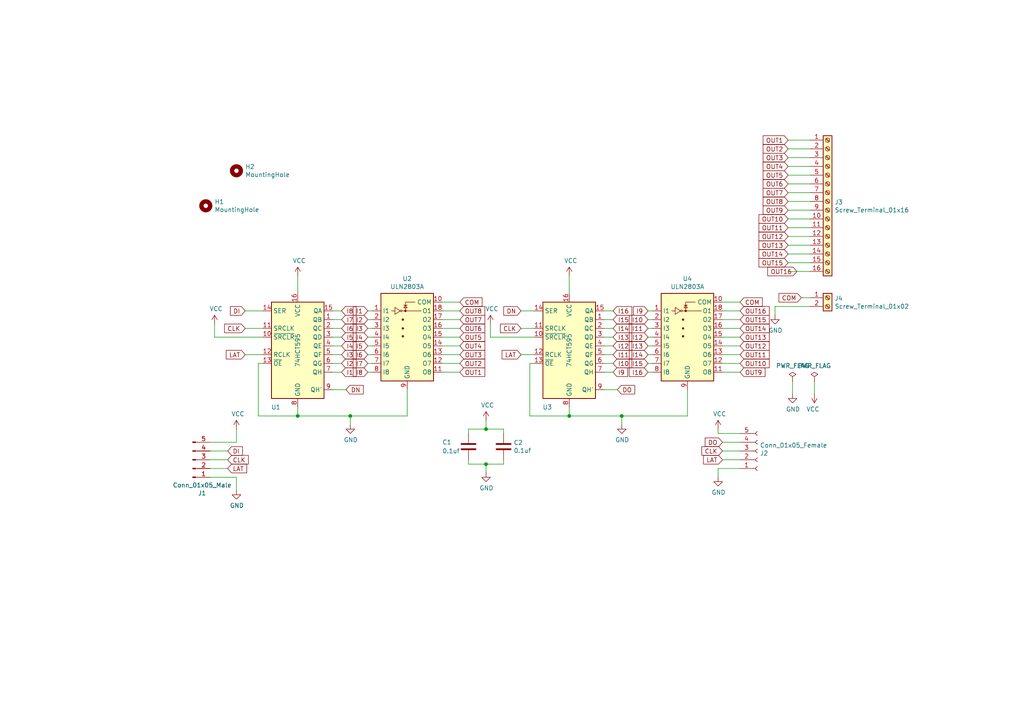
<source format=kicad_sch>
(kicad_sch (version 20211123) (generator eeschema)
  (paper "A4")
  (lib_symbols
    (symbol "74xx:74HCT595"
      (property "Reference" "U" (at -7.62 13.97 0))
      (property "Value" "74HCT595" (at -7.62 -16.51 0))
      (symbol "74HCT595_1_0"
        (pin tri_state line (at 10.16 7.62 180) (length 2.54) (name "QB") (number "1"))
        (pin input line (at -10.16 2.54 0) (length 2.54) (name "~{SRCLR}") (number "10"))
        (pin input line (at -10.16 5.08 0) (length 2.54) (name "SRCLK") (number "11"))
        (pin input line (at -10.16 -2.54 0) (length 2.54) (name "RCLK") (number "12"))
        (pin input line (at -10.16 -5.08 0) (length 2.54) (name "~{OE}") (number "13"))
        (pin input line (at -10.16 10.16 0) (length 2.54) (name "SER") (number "14"))
        (pin tri_state line (at 10.16 10.16 180) (length 2.54) (name "QA") (number "15"))
        (pin power_in line (at 0 15.24 270) (length 2.54) (name "VCC") (number "16"))
        (pin tri_state line (at 10.16 5.08 180) (length 2.54) (name "QC") (number "2"))
        (pin tri_state line (at 10.16 2.54 180) (length 2.54) (name "QD") (number "3"))
        (pin tri_state line (at 10.16 0 180) (length 2.54) (name "QE") (number "4"))
        (pin tri_state line (at 10.16 -2.54 180) (length 2.54) (name "QF") (number "5"))
        (pin tri_state line (at 10.16 -5.08 180) (length 2.54) (name "QG") (number "6"))
        (pin tri_state line (at 10.16 -7.62 180) (length 2.54) (name "QH") (number "7"))
        (pin power_in line (at 0 -17.78 90) (length 2.54) (name "GND") (number "8"))
        (pin output line (at 10.16 -12.7 180) (length 2.54) (name "QH'") (number "9"))
      )
      (symbol "74HCT595_1_1"
        (rectangle (start -7.62 12.7) (end 7.62 -15.24) (stroke (width 0.254)) (fill (type background)))
      )
    )
    (symbol "Connector:Conn_01x05_Female" (pin_names (offset 1.016) hide)
      (property "Reference" "J" (at 0 7.62 0))
      (property "Value" "Conn_01x05_Female" (at 0 -7.62 0))
      (symbol "Conn_01x05_Female_1_1"
        (arc (start 0 -4.572) (mid -0.508 -5.08) (end 0 -5.588) (stroke (width 0.1524)))
        (arc (start 0 -2.032) (mid -0.508 -2.54) (end 0 -3.048) (stroke (width 0.1524)))
        (polyline (pts (xy -1.27 -5.08) (xy -0.508 -5.08)) (stroke (width 0.1524)))
        (polyline (pts (xy -1.27 -2.54) (xy -0.508 -2.54)) (stroke (width 0.1524)))
        (polyline (pts (xy -1.27 0) (xy -0.508 0)) (stroke (width 0.1524)))
        (polyline (pts (xy -1.27 2.54) (xy -0.508 2.54)) (stroke (width 0.1524)))
        (polyline (pts (xy -1.27 5.08) (xy -0.508 5.08)) (stroke (width 0.1524)))
        (arc (start 0 0.508) (mid -0.508 0) (end 0 -0.508) (stroke (width 0.1524)))
        (arc (start 0 3.048) (mid -0.508 2.54) (end 0 2.032) (stroke (width 0.1524)))
        (arc (start 0 5.588) (mid -0.508 5.08) (end 0 4.572) (stroke (width 0.1524)))
        (pin passive line (at -5.08 5.08 0) (length 3.81) (name "Pin_1") (number "1"))
        (pin passive line (at -5.08 2.54 0) (length 3.81) (name "Pin_2") (number "2"))
        (pin passive line (at -5.08 0 0) (length 3.81) (name "Pin_3") (number "3"))
        (pin passive line (at -5.08 -2.54 0) (length 3.81) (name "Pin_4") (number "4"))
        (pin passive line (at -5.08 -5.08 0) (length 3.81) (name "Pin_5") (number "5"))
      )
    )
    (symbol "Connector:Conn_01x05_Male" (pin_names (offset 1.016) hide)
      (property "Reference" "J" (at 0 7.62 0))
      (property "Value" "Conn_01x05_Male" (at 0 -7.62 0))
      (symbol "Conn_01x05_Male_1_1"
        (polyline (pts (xy 1.27 -5.08) (xy 0.8636 -5.08)) (stroke (width 0.1524)))
        (polyline (pts (xy 1.27 -2.54) (xy 0.8636 -2.54)) (stroke (width 0.1524)))
        (polyline (pts (xy 1.27 0) (xy 0.8636 0)) (stroke (width 0.1524)))
        (polyline (pts (xy 1.27 2.54) (xy 0.8636 2.54)) (stroke (width 0.1524)))
        (polyline (pts (xy 1.27 5.08) (xy 0.8636 5.08)) (stroke (width 0.1524)))
        (rectangle (start 0.8636 -4.953) (end 0 -5.207) (stroke (width 0.1524)) (fill (type outline)))
        (rectangle (start 0.8636 -2.413) (end 0 -2.667) (stroke (width 0.1524)) (fill (type outline)))
        (rectangle (start 0.8636 0.127) (end 0 -0.127) (stroke (width 0.1524)) (fill (type outline)))
        (rectangle (start 0.8636 2.667) (end 0 2.413) (stroke (width 0.1524)) (fill (type outline)))
        (rectangle (start 0.8636 5.207) (end 0 4.953) (stroke (width 0.1524)) (fill (type outline)))
        (pin passive line (at 5.08 5.08 180) (length 3.81) (name "Pin_1") (number "1"))
        (pin passive line (at 5.08 2.54 180) (length 3.81) (name "Pin_2") (number "2"))
        (pin passive line (at 5.08 0 180) (length 3.81) (name "Pin_3") (number "3"))
        (pin passive line (at 5.08 -2.54 180) (length 3.81) (name "Pin_4") (number "4"))
        (pin passive line (at 5.08 -5.08 180) (length 3.81) (name "Pin_5") (number "5"))
      )
    )
    (symbol "Connector:Screw_Terminal_01x02" (pin_names (offset 1.016) hide)
      (property "Reference" "J" (at 0 2.54 0))
      (property "Value" "Screw_Terminal_01x02" (at 0 -5.08 0))
      (symbol "Screw_Terminal_01x02_1_1"
        (rectangle (start -1.27 1.27) (end 1.27 -3.81) (stroke (width 0.254)) (fill (type background)))
        (circle (center 0 -2.54) (radius 0.635) (stroke (width 0.1524)))
        (polyline (pts (xy -0.5334 -2.2098) (xy 0.3302 -3.048)) (stroke (width 0.1524)))
        (polyline (pts (xy -0.5334 0.3302) (xy 0.3302 -0.508)) (stroke (width 0.1524)))
        (polyline (pts (xy -0.3556 -2.032) (xy 0.508 -2.8702)) (stroke (width 0.1524)))
        (polyline (pts (xy -0.3556 0.508) (xy 0.508 -0.3302)) (stroke (width 0.1524)))
        (circle (center 0 0) (radius 0.635) (stroke (width 0.1524)))
        (pin passive line (at -5.08 0 0) (length 3.81) (name "Pin_1") (number "1"))
        (pin passive line (at -5.08 -2.54 0) (length 3.81) (name "Pin_2") (number "2"))
      )
    )
    (symbol "Connector:Screw_Terminal_01x16" (pin_names (offset 1.016) hide)
      (property "Reference" "J" (at 0 20.32 0))
      (property "Value" "Screw_Terminal_01x16" (at 0 -22.86 0))
      (symbol "Screw_Terminal_01x16_1_1"
        (rectangle (start -1.27 19.05) (end 1.27 -21.59) (stroke (width 0.254)) (fill (type background)))
        (circle (center 0 -20.32) (radius 0.635) (stroke (width 0.1524)))
        (circle (center 0 -17.78) (radius 0.635) (stroke (width 0.1524)))
        (circle (center 0 -15.24) (radius 0.635) (stroke (width 0.1524)))
        (circle (center 0 -12.7) (radius 0.635) (stroke (width 0.1524)))
        (circle (center 0 -10.16) (radius 0.635) (stroke (width 0.1524)))
        (circle (center 0 -7.62) (radius 0.635) (stroke (width 0.1524)))
        (circle (center 0 -5.08) (radius 0.635) (stroke (width 0.1524)))
        (circle (center 0 -2.54) (radius 0.635) (stroke (width 0.1524)))
        (polyline (pts (xy -0.5334 -19.9898) (xy 0.3302 -20.828)) (stroke (width 0.1524)))
        (polyline (pts (xy -0.5334 -17.4498) (xy 0.3302 -18.288)) (stroke (width 0.1524)))
        (polyline (pts (xy -0.5334 -14.9098) (xy 0.3302 -15.748)) (stroke (width 0.1524)))
        (polyline (pts (xy -0.5334 -12.3698) (xy 0.3302 -13.208)) (stroke (width 0.1524)))
        (polyline (pts (xy -0.5334 -9.8298) (xy 0.3302 -10.668)) (stroke (width 0.1524)))
        (polyline (pts (xy -0.5334 -7.2898) (xy 0.3302 -8.128)) (stroke (width 0.1524)))
        (polyline (pts (xy -0.5334 -4.7498) (xy 0.3302 -5.588)) (stroke (width 0.1524)))
        (polyline (pts (xy -0.5334 -2.2098) (xy 0.3302 -3.048)) (stroke (width 0.1524)))
        (polyline (pts (xy -0.5334 0.3302) (xy 0.3302 -0.508)) (stroke (width 0.1524)))
        (polyline (pts (xy -0.5334 2.8702) (xy 0.3302 2.032)) (stroke (width 0.1524)))
        (polyline (pts (xy -0.5334 5.4102) (xy 0.3302 4.572)) (stroke (width 0.1524)))
        (polyline (pts (xy -0.5334 7.9502) (xy 0.3302 7.112)) (stroke (width 0.1524)))
        (polyline (pts (xy -0.5334 10.4902) (xy 0.3302 9.652)) (stroke (width 0.1524)))
        (polyline (pts (xy -0.5334 13.0302) (xy 0.3302 12.192)) (stroke (width 0.1524)))
        (polyline (pts (xy -0.5334 15.5702) (xy 0.3302 14.732)) (stroke (width 0.1524)))
        (polyline (pts (xy -0.5334 18.1102) (xy 0.3302 17.272)) (stroke (width 0.1524)))
        (polyline (pts (xy -0.3556 -19.812) (xy 0.508 -20.6502)) (stroke (width 0.1524)))
        (polyline (pts (xy -0.3556 -17.272) (xy 0.508 -18.1102)) (stroke (width 0.1524)))
        (polyline (pts (xy -0.3556 -14.732) (xy 0.508 -15.5702)) (stroke (width 0.1524)))
        (polyline (pts (xy -0.3556 -12.192) (xy 0.508 -13.0302)) (stroke (width 0.1524)))
        (polyline (pts (xy -0.3556 -9.652) (xy 0.508 -10.4902)) (stroke (width 0.1524)))
        (polyline (pts (xy -0.3556 -7.112) (xy 0.508 -7.9502)) (stroke (width 0.1524)))
        (polyline (pts (xy -0.3556 -4.572) (xy 0.508 -5.4102)) (stroke (width 0.1524)))
        (polyline (pts (xy -0.3556 -2.032) (xy 0.508 -2.8702)) (stroke (width 0.1524)))
        (polyline (pts (xy -0.3556 0.508) (xy 0.508 -0.3302)) (stroke (width 0.1524)))
        (polyline (pts (xy -0.3556 3.048) (xy 0.508 2.2098)) (stroke (width 0.1524)))
        (polyline (pts (xy -0.3556 5.588) (xy 0.508 4.7498)) (stroke (width 0.1524)))
        (polyline (pts (xy -0.3556 8.128) (xy 0.508 7.2898)) (stroke (width 0.1524)))
        (polyline (pts (xy -0.3556 10.668) (xy 0.508 9.8298)) (stroke (width 0.1524)))
        (polyline (pts (xy -0.3556 13.208) (xy 0.508 12.3698)) (stroke (width 0.1524)))
        (polyline (pts (xy -0.3556 15.748) (xy 0.508 14.9098)) (stroke (width 0.1524)))
        (polyline (pts (xy -0.3556 18.288) (xy 0.508 17.4498)) (stroke (width 0.1524)))
        (circle (center 0 0) (radius 0.635) (stroke (width 0.1524)))
        (circle (center 0 2.54) (radius 0.635) (stroke (width 0.1524)))
        (circle (center 0 5.08) (radius 0.635) (stroke (width 0.1524)))
        (circle (center 0 7.62) (radius 0.635) (stroke (width 0.1524)))
        (circle (center 0 10.16) (radius 0.635) (stroke (width 0.1524)))
        (circle (center 0 12.7) (radius 0.635) (stroke (width 0.1524)))
        (circle (center 0 15.24) (radius 0.635) (stroke (width 0.1524)))
        (circle (center 0 17.78) (radius 0.635) (stroke (width 0.1524)))
        (pin passive line (at -5.08 17.78 0) (length 3.81) (name "Pin_1") (number "1"))
        (pin passive line (at -5.08 -5.08 0) (length 3.81) (name "Pin_10") (number "10"))
        (pin passive line (at -5.08 -7.62 0) (length 3.81) (name "Pin_11") (number "11"))
        (pin passive line (at -5.08 -10.16 0) (length 3.81) (name "Pin_12") (number "12"))
        (pin passive line (at -5.08 -12.7 0) (length 3.81) (name "Pin_13") (number "13"))
        (pin passive line (at -5.08 -15.24 0) (length 3.81) (name "Pin_14") (number "14"))
        (pin passive line (at -5.08 -17.78 0) (length 3.81) (name "Pin_15") (number "15"))
        (pin passive line (at -5.08 -20.32 0) (length 3.81) (name "Pin_16") (number "16"))
        (pin passive line (at -5.08 15.24 0) (length 3.81) (name "Pin_2") (number "2"))
        (pin passive line (at -5.08 12.7 0) (length 3.81) (name "Pin_3") (number "3"))
        (pin passive line (at -5.08 10.16 0) (length 3.81) (name "Pin_4") (number "4"))
        (pin passive line (at -5.08 7.62 0) (length 3.81) (name "Pin_5") (number "5"))
        (pin passive line (at -5.08 5.08 0) (length 3.81) (name "Pin_6") (number "6"))
        (pin passive line (at -5.08 2.54 0) (length 3.81) (name "Pin_7") (number "7"))
        (pin passive line (at -5.08 0 0) (length 3.81) (name "Pin_8") (number "8"))
        (pin passive line (at -5.08 -2.54 0) (length 3.81) (name "Pin_9") (number "9"))
      )
    )
    (symbol "Device:C" (pin_numbers hide) (pin_names (offset 0.254))
      (property "Reference" "C" (at 0.635 2.54 0))
      (property "Value" "C" (at 0.635 -2.54 0))
      (symbol "C_0_1"
        (polyline (pts (xy -2.032 -0.762) (xy 2.032 -0.762)) (stroke (width 0.508)))
        (polyline (pts (xy -2.032 0.762) (xy 2.032 0.762)) (stroke (width 0.508)))
      )
      (symbol "C_1_1"
        (pin passive line (at 0 3.81 270) (length 2.794) (name "~") (number "1"))
        (pin passive line (at 0 -3.81 90) (length 2.794) (name "~") (number "2"))
      )
    )
    (symbol "Mechanical:MountingHole" (pin_names (offset 1.016))
      (property "Reference" "H" (at 0 5.08 0))
      (property "Value" "MountingHole" (at 0 3.175 0))
      (symbol "MountingHole_0_1"
        (circle (center 0 0) (radius 1.27) (stroke (width 1.27)))
      )
    )
    (symbol "Transistor_Array:ULN2803A"
      (property "Reference" "U" (at 0 13.335 0))
      (property "Value" "ULN2803A" (at 0 11.43 0))
      (symbol "ULN2803A_0_1"
        (rectangle (start -7.62 -15.24) (end 7.62 10.16) (stroke (width 0.254)) (fill (type background)))
        (circle (center -1.778 5.08) (radius 0.254))
        (circle (center -1.27 -2.286) (radius 0.254) (fill (type outline)))
        (circle (center -1.27 0) (radius 0.254) (fill (type outline)))
        (circle (center -1.27 2.54) (radius 0.254) (fill (type outline)))
        (circle (center -0.508 5.08) (radius 0.254) (fill (type outline)))
        (polyline (pts (xy -4.572 5.08) (xy -3.556 5.08)))
        (polyline (pts (xy -1.524 5.08) (xy 4.064 5.08)))
        (polyline (pts (xy 0 6.731) (xy -1.016 6.731)))
        (polyline (pts (xy -0.508 5.08) (xy -0.508 7.62) (xy 2.286 7.62)))
        (polyline (pts (xy -3.556 6.096) (xy -3.556 4.064) (xy -2.032 5.08) (xy -3.556 6.096)))
        (polyline (pts (xy 0 5.969) (xy -1.016 5.969) (xy -0.508 6.731) (xy 0 5.969)))
      )
      (symbol "ULN2803A_1_1"
        (pin input line (at -10.16 5.08 0) (length 2.54) (name "I1") (number "1"))
        (pin passive line (at 10.16 7.62 180) (length 2.54) (name "COM") (number "10"))
        (pin open_collector line (at 10.16 -12.7 180) (length 2.54) (name "O8") (number "11"))
        (pin open_collector line (at 10.16 -10.16 180) (length 2.54) (name "O7") (number "12"))
        (pin open_collector line (at 10.16 -7.62 180) (length 2.54) (name "O6") (number "13"))
        (pin open_collector line (at 10.16 -5.08 180) (length 2.54) (name "O5") (number "14"))
        (pin open_collector line (at 10.16 -2.54 180) (length 2.54) (name "O4") (number "15"))
        (pin open_collector line (at 10.16 0 180) (length 2.54) (name "O3") (number "16"))
        (pin open_collector line (at 10.16 2.54 180) (length 2.54) (name "O2") (number "17"))
        (pin open_collector line (at 10.16 5.08 180) (length 2.54) (name "O1") (number "18"))
        (pin input line (at -10.16 2.54 0) (length 2.54) (name "I2") (number "2"))
        (pin input line (at -10.16 0 0) (length 2.54) (name "I3") (number "3"))
        (pin input line (at -10.16 -2.54 0) (length 2.54) (name "I4") (number "4"))
        (pin input line (at -10.16 -5.08 0) (length 2.54) (name "I5") (number "5"))
        (pin input line (at -10.16 -7.62 0) (length 2.54) (name "I6") (number "6"))
        (pin input line (at -10.16 -10.16 0) (length 2.54) (name "I7") (number "7"))
        (pin input line (at -10.16 -12.7 0) (length 2.54) (name "I8") (number "8"))
        (pin power_in line (at 0 -17.78 90) (length 2.54) (name "GND") (number "9"))
      )
    )
    (symbol "power:GND" (power) (pin_names (offset 0))
      (property "Value" "GND" (at 0 -3.81 0))
      (symbol "GND_0_1"
        (polyline (pts (xy 0 0) (xy 0 -1.27) (xy 1.27 -1.27) (xy 0 -2.54) (xy -1.27 -1.27) (xy 0 -1.27)))
      )
      (symbol "GND_1_1"
        (pin power_in line (at 0 0 270) (length 0) hide (name "GND") (number "1"))
      )
    )
    (symbol "power:PWR_FLAG" (power) (pin_numbers hide) (pin_names (offset 0) hide)
      (property "Value" "PWR_FLAG" (at 0 3.81 0))
      (symbol "PWR_FLAG_0_0"
        (pin power_out line (at 0 0 90) (length 0) (name "pwr") (number "1"))
      )
      (symbol "PWR_FLAG_0_1"
        (polyline (pts (xy 0 0) (xy 0 1.27) (xy -1.016 1.905) (xy 0 2.54) (xy 1.016 1.905) (xy 0 1.27)))
      )
    )
    (symbol "power:VCC" (power) (pin_names (offset 0))
      (property "Value" "VCC" (at 0 3.81 0))
      (symbol "VCC_0_1"
        (polyline (pts (xy -0.762 1.27) (xy 0 2.54)))
        (polyline (pts (xy 0 0) (xy 0 2.54)))
        (polyline (pts (xy 0 2.54) (xy 0.762 1.27)))
      )
      (symbol "VCC_1_1"
        (pin power_in line (at 0 0 90) (length 0) hide (name "VCC") (number "1"))
      )
    )
  )
  (junction (at 140.97 134.62))
  (junction (at 101.6 120.65))
  (junction (at 140.97 124.46))
  (junction (at 165.1 120.65))
  (junction (at 180.34 120.65))
  (junction (at 86.36 120.65))
  (wire (pts (xy 180.34 120.65) (xy 199.39 120.65)))
  (wire (pts (xy 189.23 105.41) (xy 187.96 105.41)))
  (wire (pts (xy 228.6 58.42) (xy 234.95 58.42)))
  (wire (pts (xy 151.13 95.25) (xy 154.94 95.25)))
  (wire (pts (xy 107.95 100.33) (xy 106.68 100.33)))
  (wire (pts (xy 189.23 100.33) (xy 187.96 100.33)))
  (wire (pts (xy 101.6 120.65) (xy 101.6 123.19)))
  (wire (pts (xy 175.26 102.87) (xy 177.8 102.87)))
  (wire (pts (xy 209.55 128.27) (xy 214.63 128.27)))
  (wire (pts (xy 209.55 130.81) (xy 214.63 130.81)))
  (wire (pts (xy 234.95 86.36) (xy 232.41 86.36)))
  (wire (pts (xy 128.27 100.33) (xy 133.35 100.33)))
  (wire (pts (xy 154.94 102.87) (xy 151.13 102.87)))
  (wire (pts (xy 209.55 87.63) (xy 214.63 87.63)))
  (wire (pts (xy 96.52 95.25) (xy 99.06 95.25)))
  (wire (pts (xy 74.93 105.41) (xy 74.93 120.65)))
  (wire (pts (xy 68.58 138.43) (xy 68.58 142.24)))
  (wire (pts (xy 209.55 133.35) (xy 214.63 133.35)))
  (wire (pts (xy 228.6 78.74) (xy 234.95 78.74)))
  (wire (pts (xy 154.94 97.79) (xy 142.24 97.79)))
  (wire (pts (xy 146.05 133.35) (xy 146.05 134.62)))
  (wire (pts (xy 118.11 113.03) (xy 118.11 120.65)))
  (wire (pts (xy 86.36 120.65) (xy 101.6 120.65)))
  (wire (pts (xy 209.55 92.71) (xy 214.63 92.71)))
  (wire (pts (xy 135.89 125.73) (xy 135.89 124.46)))
  (wire (pts (xy 128.27 102.87) (xy 133.35 102.87)))
  (wire (pts (xy 209.55 107.95) (xy 214.63 107.95)))
  (wire (pts (xy 60.96 133.35) (xy 66.04 133.35)))
  (wire (pts (xy 96.52 90.17) (xy 99.06 90.17)))
  (wire (pts (xy 236.22 110.49) (xy 236.22 114.3)))
  (wire (pts (xy 209.55 105.41) (xy 214.63 105.41)))
  (wire (pts (xy 228.6 48.26) (xy 234.95 48.26)))
  (wire (pts (xy 165.1 85.09) (xy 165.1 80.01)))
  (wire (pts (xy 214.63 135.89) (xy 208.28 135.89)))
  (wire (pts (xy 135.89 124.46) (xy 140.97 124.46)))
  (wire (pts (xy 228.6 55.88) (xy 234.95 55.88)))
  (wire (pts (xy 128.27 97.79) (xy 133.35 97.79)))
  (wire (pts (xy 74.93 120.65) (xy 86.36 120.65)))
  (wire (pts (xy 146.05 125.73) (xy 146.05 124.46)))
  (wire (pts (xy 135.89 134.62) (xy 140.97 134.62)))
  (wire (pts (xy 189.23 102.87) (xy 187.96 102.87)))
  (wire (pts (xy 189.23 97.79) (xy 187.96 97.79)))
  (wire (pts (xy 180.34 120.65) (xy 180.34 123.19)))
  (wire (pts (xy 175.26 97.79) (xy 177.8 97.79)))
  (wire (pts (xy 128.27 95.25) (xy 133.35 95.25)))
  (wire (pts (xy 142.24 97.79) (xy 142.24 93.98)))
  (wire (pts (xy 71.12 95.25) (xy 76.2 95.25)))
  (wire (pts (xy 189.23 92.71) (xy 187.96 92.71)))
  (wire (pts (xy 128.27 92.71) (xy 133.35 92.71)))
  (wire (pts (xy 189.23 95.25) (xy 187.96 95.25)))
  (wire (pts (xy 154.94 90.17) (xy 151.13 90.17)))
  (wire (pts (xy 153.67 105.41) (xy 153.67 120.65)))
  (wire (pts (xy 100.33 113.03) (xy 96.52 113.03)))
  (wire (pts (xy 96.52 102.87) (xy 99.06 102.87)))
  (wire (pts (xy 107.95 102.87) (xy 106.68 102.87)))
  (wire (pts (xy 107.95 105.41) (xy 106.68 105.41)))
  (wire (pts (xy 228.6 53.34) (xy 234.95 53.34)))
  (wire (pts (xy 208.28 135.89) (xy 208.28 138.43)))
  (wire (pts (xy 175.26 92.71) (xy 177.8 92.71)))
  (wire (pts (xy 96.52 105.41) (xy 99.06 105.41)))
  (wire (pts (xy 68.58 128.27) (xy 68.58 124.46)))
  (wire (pts (xy 228.6 40.64) (xy 234.95 40.64)))
  (wire (pts (xy 107.95 90.17) (xy 106.68 90.17)))
  (wire (pts (xy 199.39 113.03) (xy 199.39 120.65)))
  (wire (pts (xy 208.28 125.73) (xy 214.63 125.73)))
  (wire (pts (xy 76.2 90.17) (xy 71.12 90.17)))
  (wire (pts (xy 146.05 124.46) (xy 140.97 124.46)))
  (wire (pts (xy 228.6 45.72) (xy 234.95 45.72)))
  (wire (pts (xy 189.23 107.95) (xy 187.96 107.95)))
  (wire (pts (xy 60.96 135.89) (xy 66.04 135.89)))
  (wire (pts (xy 107.95 97.79) (xy 106.68 97.79)))
  (wire (pts (xy 175.26 107.95) (xy 177.8 107.95)))
  (wire (pts (xy 76.2 105.41) (xy 74.93 105.41)))
  (wire (pts (xy 228.6 66.04) (xy 234.95 66.04)))
  (wire (pts (xy 118.11 120.65) (xy 101.6 120.65)))
  (wire (pts (xy 62.23 97.79) (xy 62.23 93.98)))
  (wire (pts (xy 128.27 90.17) (xy 133.35 90.17)))
  (wire (pts (xy 228.6 68.58) (xy 234.95 68.58)))
  (wire (pts (xy 128.27 87.63) (xy 133.35 87.63)))
  (wire (pts (xy 175.26 100.33) (xy 177.8 100.33)))
  (wire (pts (xy 228.6 71.12) (xy 234.95 71.12)))
  (wire (pts (xy 175.26 95.25) (xy 177.8 95.25)))
  (wire (pts (xy 128.27 107.95) (xy 133.35 107.95)))
  (wire (pts (xy 76.2 102.87) (xy 71.12 102.87)))
  (wire (pts (xy 228.6 63.5) (xy 234.95 63.5)))
  (wire (pts (xy 209.55 95.25) (xy 214.63 95.25)))
  (wire (pts (xy 228.6 43.18) (xy 234.95 43.18)))
  (wire (pts (xy 135.89 133.35) (xy 135.89 134.62)))
  (wire (pts (xy 107.95 95.25) (xy 106.68 95.25)))
  (wire (pts (xy 189.23 90.17) (xy 187.96 90.17)))
  (wire (pts (xy 224.79 88.9) (xy 234.95 88.9)))
  (wire (pts (xy 60.96 138.43) (xy 68.58 138.43)))
  (wire (pts (xy 208.28 125.73) (xy 208.28 124.46)))
  (wire (pts (xy 140.97 134.62) (xy 140.97 137.16)))
  (wire (pts (xy 175.26 113.03) (xy 179.07 113.03)))
  (wire (pts (xy 86.36 118.11) (xy 86.36 120.65)))
  (wire (pts (xy 228.6 60.96) (xy 234.95 60.96)))
  (wire (pts (xy 107.95 92.71) (xy 106.68 92.71)))
  (wire (pts (xy 99.06 100.33) (xy 96.52 100.33)))
  (wire (pts (xy 86.36 85.09) (xy 86.36 80.01)))
  (wire (pts (xy 107.95 107.95) (xy 106.68 107.95)))
  (wire (pts (xy 153.67 120.65) (xy 165.1 120.65)))
  (wire (pts (xy 76.2 97.79) (xy 62.23 97.79)))
  (wire (pts (xy 165.1 120.65) (xy 180.34 120.65)))
  (wire (pts (xy 209.55 90.17) (xy 214.63 90.17)))
  (wire (pts (xy 165.1 118.11) (xy 165.1 120.65)))
  (wire (pts (xy 128.27 105.41) (xy 133.35 105.41)))
  (wire (pts (xy 96.52 97.79) (xy 99.06 97.79)))
  (wire (pts (xy 146.05 134.62) (xy 140.97 134.62)))
  (wire (pts (xy 60.96 128.27) (xy 68.58 128.27)))
  (wire (pts (xy 224.79 91.44) (xy 224.79 88.9)))
  (wire (pts (xy 140.97 124.46) (xy 140.97 121.92)))
  (wire (pts (xy 209.55 102.87) (xy 214.63 102.87)))
  (wire (pts (xy 228.6 50.8) (xy 234.95 50.8)))
  (wire (pts (xy 209.55 100.33) (xy 214.63 100.33)))
  (wire (pts (xy 175.26 90.17) (xy 177.8 90.17)))
  (wire (pts (xy 175.26 105.41) (xy 177.8 105.41)))
  (wire (pts (xy 229.87 110.49) (xy 229.87 114.3)))
  (wire (pts (xy 96.52 107.95) (xy 99.06 107.95)))
  (wire (pts (xy 96.52 92.71) (xy 99.06 92.71)))
  (wire (pts (xy 228.6 76.2) (xy 234.95 76.2)))
  (wire (pts (xy 154.94 105.41) (xy 153.67 105.41)))
  (wire (pts (xy 228.6 73.66) (xy 234.95 73.66)))
  (wire (pts (xy 209.55 97.79) (xy 214.63 97.79)))
  (wire (pts (xy 60.96 130.81) (xy 66.04 130.81)))
  (global_label "I15" (shape input) (at 187.96 105.41 180) (property "Intersheet References" "${INTERSHEET_REFS}" (effects hide)))
  (global_label "OUT15" (shape input) (at 214.63 92.71 0) (property "Intersheet References" "${INTERSHEET_REFS}" (effects hide)))
  (global_label "COM" (shape input) (at 214.63 87.63 0) (property "Intersheet References" "${INTERSHEET_REFS}" (effects hide)))
  (global_label "OUT9" (shape input) (at 214.63 107.95 0) (property "Intersheet References" "${INTERSHEET_REFS}" (effects hide)))
  (global_label "I7" (shape input) (at 99.06 92.71 0) (property "Intersheet References" "${INTERSHEET_REFS}" (effects hide)))
  (global_label "OUT5" (shape input) (at 228.6 50.8 180) (property "Intersheet References" "${INTERSHEET_REFS}" (effects hide)))
  (global_label "OUT14" (shape input) (at 228.6 73.66 180) (property "Intersheet References" "${INTERSHEET_REFS}" (effects hide)))
  (global_label "I10" (shape input) (at 177.8 105.41 0) (property "Intersheet References" "${INTERSHEET_REFS}" (effects hide)))
  (global_label "I10" (shape input) (at 187.96 92.71 180) (property "Intersheet References" "${INTERSHEET_REFS}" (effects hide)))
  (global_label "I13" (shape input) (at 187.96 100.33 180) (property "Intersheet References" "${INTERSHEET_REFS}" (effects hide)))
  (global_label "OUT12" (shape input) (at 228.6 68.58 180) (property "Intersheet References" "${INTERSHEET_REFS}" (effects hide)))
  (global_label "I2" (shape input) (at 106.68 92.71 180) (property "Intersheet References" "${INTERSHEET_REFS}" (effects hide)))
  (global_label "I7" (shape input) (at 106.68 105.41 180) (property "Intersheet References" "${INTERSHEET_REFS}" (effects hide)))
  (global_label "OUT12" (shape input) (at 214.63 100.33 0) (property "Intersheet References" "${INTERSHEET_REFS}" (effects hide)))
  (global_label "I15" (shape input) (at 177.8 92.71 0) (property "Intersheet References" "${INTERSHEET_REFS}" (effects hide)))
  (global_label "I9" (shape input) (at 177.8 107.95 0) (property "Intersheet References" "${INTERSHEET_REFS}" (effects hide)))
  (global_label "OUT15" (shape input) (at 228.6 76.2 180) (property "Intersheet References" "${INTERSHEET_REFS}" (effects hide)))
  (global_label "DN" (shape input) (at 151.13 90.17 180) (property "Intersheet References" "${INTERSHEET_REFS}" (effects hide)))
  (global_label "CLK" (shape input) (at 71.12 95.25 180) (property "Intersheet References" "${INTERSHEET_REFS}" (effects hide)))
  (global_label "I8" (shape input) (at 106.68 107.95 180) (property "Intersheet References" "${INTERSHEET_REFS}" (effects hide)))
  (global_label "OUT16" (shape input) (at 231.14 78.74 180) (property "Intersheet References" "${INTERSHEET_REFS}" (effects hide)))
  (global_label "LAT" (shape input) (at 209.55 133.35 180) (property "Intersheet References" "${INTERSHEET_REFS}" (effects hide)))
  (global_label "I5" (shape input) (at 106.68 100.33 180) (property "Intersheet References" "${INTERSHEET_REFS}" (effects hide)))
  (global_label "I12" (shape input) (at 187.96 97.79 180) (property "Intersheet References" "${INTERSHEET_REFS}" (effects hide)))
  (global_label "I16" (shape input) (at 177.8 90.17 0) (property "Intersheet References" "${INTERSHEET_REFS}" (effects hide)))
  (global_label "DI" (shape input) (at 66.04 130.81 0) (property "Intersheet References" "${INTERSHEET_REFS}" (effects hide)))
  (global_label "OUT11" (shape input) (at 228.6 66.04 180) (property "Intersheet References" "${INTERSHEET_REFS}" (effects hide)))
  (global_label "I13" (shape input) (at 177.8 97.79 0) (property "Intersheet References" "${INTERSHEET_REFS}" (effects hide)))
  (global_label "OUT2" (shape input) (at 133.35 105.41 0) (property "Intersheet References" "${INTERSHEET_REFS}" (effects hide)))
  (global_label "COM" (shape input) (at 133.35 87.63 0) (property "Intersheet References" "${INTERSHEET_REFS}" (effects hide)))
  (global_label "OUT7" (shape input) (at 228.6 55.88 180) (property "Intersheet References" "${INTERSHEET_REFS}" (effects hide)))
  (global_label "LAT" (shape input) (at 66.04 135.89 0) (property "Intersheet References" "${INTERSHEET_REFS}" (effects hide)))
  (global_label "DN" (shape input) (at 100.33 113.03 0) (property "Intersheet References" "${INTERSHEET_REFS}" (effects hide)))
  (global_label "OUT14" (shape input) (at 214.63 95.25 0) (property "Intersheet References" "${INTERSHEET_REFS}" (effects hide)))
  (global_label "OUT5" (shape input) (at 133.35 97.79 0) (property "Intersheet References" "${INTERSHEET_REFS}" (effects hide)))
  (global_label "LAT" (shape input) (at 151.13 102.87 180) (property "Intersheet References" "${INTERSHEET_REFS}" (effects hide)))
  (global_label "I1" (shape input) (at 99.06 107.95 0) (property "Intersheet References" "${INTERSHEET_REFS}" (effects hide)))
  (global_label "OUT4" (shape input) (at 228.6 48.26 180) (property "Intersheet References" "${INTERSHEET_REFS}" (effects hide)))
  (global_label "I2" (shape input) (at 99.06 105.41 0) (property "Intersheet References" "${INTERSHEET_REFS}" (effects hide)))
  (global_label "I11" (shape input) (at 187.96 95.25 180) (property "Intersheet References" "${INTERSHEET_REFS}" (effects hide)))
  (global_label "OUT13" (shape input) (at 214.63 97.79 0) (property "Intersheet References" "${INTERSHEET_REFS}" (effects hide)))
  (global_label "I5" (shape input) (at 99.06 97.79 0) (property "Intersheet References" "${INTERSHEET_REFS}" (effects hide)))
  (global_label "OUT6" (shape input) (at 133.35 95.25 0) (property "Intersheet References" "${INTERSHEET_REFS}" (effects hide)))
  (global_label "OUT7" (shape input) (at 133.35 92.71 0) (property "Intersheet References" "${INTERSHEET_REFS}" (effects hide)))
  (global_label "I6" (shape input) (at 106.68 102.87 180) (property "Intersheet References" "${INTERSHEET_REFS}" (effects hide)))
  (global_label "DO" (shape input) (at 209.55 128.27 180) (property "Intersheet References" "${INTERSHEET_REFS}" (effects hide)))
  (global_label "I4" (shape input) (at 99.06 100.33 0) (property "Intersheet References" "${INTERSHEET_REFS}" (effects hide)))
  (global_label "DO" (shape input) (at 179.07 113.03 0) (property "Intersheet References" "${INTERSHEET_REFS}" (effects hide)))
  (global_label "OUT10" (shape input) (at 214.63 105.41 0) (property "Intersheet References" "${INTERSHEET_REFS}" (effects hide)))
  (global_label "CLK" (shape input) (at 151.13 95.25 180) (property "Intersheet References" "${INTERSHEET_REFS}" (effects hide)))
  (global_label "COM" (shape input) (at 232.41 86.36 180) (property "Intersheet References" "${INTERSHEET_REFS}" (effects hide)))
  (global_label "I3" (shape input) (at 106.68 95.25 180) (property "Intersheet References" "${INTERSHEET_REFS}" (effects hide)))
  (global_label "I11" (shape input) (at 177.8 102.87 0) (property "Intersheet References" "${INTERSHEET_REFS}" (effects hide)))
  (global_label "I4" (shape input) (at 106.68 97.79 180) (property "Intersheet References" "${INTERSHEET_REFS}" (effects hide)))
  (global_label "DI" (shape input) (at 71.12 90.17 180) (property "Intersheet References" "${INTERSHEET_REFS}" (effects hide)))
  (global_label "OUT1" (shape input) (at 133.35 107.95 0) (property "Intersheet References" "${INTERSHEET_REFS}" (effects hide)))
  (global_label "OUT1" (shape input) (at 228.6 40.64 180) (property "Intersheet References" "${INTERSHEET_REFS}" (effects hide)))
  (global_label "OUT10" (shape input) (at 228.6 63.5 180) (property "Intersheet References" "${INTERSHEET_REFS}" (effects hide)))
  (global_label "CLK" (shape input) (at 209.55 130.81 180) (property "Intersheet References" "${INTERSHEET_REFS}" (effects hide)))
  (global_label "OUT9" (shape input) (at 228.6 60.96 180) (property "Intersheet References" "${INTERSHEET_REFS}" (effects hide)))
  (global_label "I8" (shape input) (at 99.06 90.17 0) (property "Intersheet References" "${INTERSHEET_REFS}" (effects hide)))
  (global_label "I9" (shape input) (at 187.96 90.17 180) (property "Intersheet References" "${INTERSHEET_REFS}" (effects hide)))
  (global_label "OUT16" (shape input) (at 214.63 90.17 0) (property "Intersheet References" "${INTERSHEET_REFS}" (effects hide)))
  (global_label "OUT3" (shape input) (at 228.6 45.72 180) (property "Intersheet References" "${INTERSHEET_REFS}" (effects hide)))
  (global_label "OUT3" (shape input) (at 133.35 102.87 0) (property "Intersheet References" "${INTERSHEET_REFS}" (effects hide)))
  (global_label "OUT2" (shape input) (at 228.6 43.18 180) (property "Intersheet References" "${INTERSHEET_REFS}" (effects hide)))
  (global_label "LAT" (shape input) (at 71.12 102.87 180) (property "Intersheet References" "${INTERSHEET_REFS}" (effects hide)))
  (global_label "OUT4" (shape input) (at 133.35 100.33 0) (property "Intersheet References" "${INTERSHEET_REFS}" (effects hide)))
  (global_label "I14" (shape input) (at 177.8 95.25 0) (property "Intersheet References" "${INTERSHEET_REFS}" (effects hide)))
  (global_label "I1" (shape input) (at 106.68 90.17 180) (property "Intersheet References" "${INTERSHEET_REFS}" (effects hide)))
  (global_label "OUT8" (shape input) (at 133.35 90.17 0) (property "Intersheet References" "${INTERSHEET_REFS}" (effects hide)))
  (global_label "OUT11" (shape input) (at 214.63 102.87 0) (property "Intersheet References" "${INTERSHEET_REFS}" (effects hide)))
  (global_label "I6" (shape input) (at 99.06 95.25 0) (property "Intersheet References" "${INTERSHEET_REFS}" (effects hide)))
  (global_label "I12" (shape input) (at 177.8 100.33 0) (property "Intersheet References" "${INTERSHEET_REFS}" (effects hide)))
  (global_label "I14" (shape input) (at 187.96 102.87 180) (property "Intersheet References" "${INTERSHEET_REFS}" (effects hide)))
  (global_label "I16" (shape input) (at 187.96 107.95 180) (property "Intersheet References" "${INTERSHEET_REFS}" (effects hide)))
  (global_label "OUT8" (shape input) (at 228.6 58.42 180) (property "Intersheet References" "${INTERSHEET_REFS}" (effects hide)))
  (global_label "OUT6" (shape input) (at 228.6 53.34 180) (property "Intersheet References" "${INTERSHEET_REFS}" (effects hide)))
  (global_label "CLK" (shape input) (at 66.04 133.35 0) (property "Intersheet References" "${INTERSHEET_REFS}" (effects hide)))
  (global_label "OUT13" (shape input) (at 228.6 71.12 180) (property "Intersheet References" "${INTERSHEET_REFS}" (effects hide)))
  (global_label "I3" (shape input) (at 99.06 102.87 0) (property "Intersheet References" "${INTERSHEET_REFS}" (effects hide)))
  (symbol (lib_id "74xx:74HCT595") (at 86.36 100.33 0) (unit 1)
    (property "Reference" "U1" (at 80.01 118.11 0))
    (property "Value" "74HCT595" (at 86.36 101.6 90))
    (property "Footprint" "Package_DIP:DIP-16_W7.62mm" (effects hide))
    (property "Datasheet" "https://assets.nexperia.com/documents/data-sheet/74HC_HCT595.pdf" (effects hide))
  )
  (symbol (lib_id "74xx:74HCT595") (at 165.1 100.33 0) (unit 1)
    (property "Reference" "U3" (at 158.75 118.11 0))
    (property "Value" "74HCT595" (at 165.1 101.6 90))
    (property "Footprint" "Package_DIP:DIP-16_W7.62mm" (effects hide))
    (property "Datasheet" "https://assets.nexperia.com/documents/data-sheet/74HC_HCT595.pdf" (effects hide))
  )
  (symbol (lib_id "Transistor_Array:ULN2803A") (at 118.11 95.25 0) (unit 1)
    (property "Reference" "U2" (at 118.11 80.8482 0))
    (property "Value" "ULN2803A" (at 118.11 83.1596 0))
    (property "Footprint" "Package_DIP:DIP-18_W7.62mm" (effects hide))
    (property "Datasheet" "http://www.ti.com/lit/ds/symlink/uln2803a.pdf" (effects hide))
  )
  (symbol (lib_id "Transistor_Array:ULN2803A") (at 199.39 95.25 0) (unit 1)
    (property "Reference" "U4" (at 199.39 80.8482 0))
    (property "Value" "ULN2803A" (at 199.39 83.1596 0))
    (property "Footprint" "Package_DIP:DIP-18_W7.62mm" (effects hide))
    (property "Datasheet" "http://www.ti.com/lit/ds/symlink/uln2803a.pdf" (effects hide))
  )
  (symbol (lib_id "Device:C") (at 135.89 129.54 0) (unit 1)
    (property "Reference" "C1" (at 128.27 128.27 0) (effects (justify left)))
    (property "Value" "0.1uf" (at 128.27 130.81 0) (effects (justify left)))
    (property "Footprint" "Capacitor_THT:C_Disc_D3.4mm_W2.1mm_P2.50mm" (effects hide))
  )
  (symbol (lib_id "Device:C") (at 146.05 129.54 0) (mirror y) (unit 1)
    (property "Reference" "C2" (at 148.971 128.3716 0) (effects (justify right)))
    (property "Value" "0.1uf" (at 148.971 130.683 0) (effects (justify right)))
    (property "Footprint" "Capacitor_THT:C_Disc_D3.4mm_W2.1mm_P2.50mm" (effects hide))
  )
  (symbol (lib_id "Connector:Conn_01x05_Male") (at 55.88 133.35 0) (mirror x) (unit 1)
    (property "Reference" "J1" (at 58.6232 143.0274 0))
    (property "Value" "Conn_01x05_Male" (at 58.6232 140.716 0))
    (property "Footprint" "Connector_PinHeader_2.54mm:PinHeader_1x05_P2.54mm_Horizontal" (effects hide))
  )
  (symbol (lib_id "Connector:Conn_01x05_Female") (at 219.71 130.81 0) (mirror x) (unit 1)
    (property "Reference" "J2" (at 220.4212 131.4704 0) (effects (justify left)))
    (property "Value" "Conn_01x05_Female" (at 220.4212 129.159 0) (effects (justify left)))
    (property "Footprint" "Connector_PinSocket_2.54mm:PinSocket_1x05_P2.54mm_Horizontal" (effects hide))
  )
  (symbol (lib_id "Connector:Screw_Terminal_01x16") (at 240.03 58.42 0) (unit 1)
    (property "Reference" "J3" (at 242.062 58.6232 0) (effects (justify left)))
    (property "Value" "Screw_Terminal_01x16" (at 242.062 60.9346 0) (effects (justify left)))
    (property "Footprint" "TerminalBlock_Phoenix:TerminalBlock_Phoenix_MKDS-1,5-16-5.08_1x16_P5.08mm_Horizontal" (effects hide))
  )
  (symbol (lib_id "power:GND") (at 229.87 114.3 0) (unit 1)
    (property "Reference" "#PWR0101" (effects hide))
    (property "Value" "GND" (at 229.997 118.6942 0))
  )
  (symbol (lib_id "Mechanical:MountingHole") (at 59.69 59.69 0) (unit 1)
    (property "Reference" "H1" (at 62.23 58.5216 0) (effects (justify left)))
    (property "Value" "MountingHole" (at 62.23 60.833 0) (effects (justify left)))
    (property "Footprint" "MountingHole:MountingHole_3.2mm_M3" (effects hide))
  )
  (symbol (lib_id "power:VCC") (at 236.22 114.3 180) (unit 1)
    (property "Reference" "#PWR0102" (effects hide))
    (property "Value" "VCC" (at 235.7628 118.6942 0))
  )
  (symbol (lib_id "Mechanical:MountingHole") (at 68.58 49.53 0) (unit 1)
    (property "Reference" "H2" (at 71.12 48.3616 0) (effects (justify left)))
    (property "Value" "MountingHole" (at 71.12 50.673 0) (effects (justify left)))
    (property "Footprint" "MountingHole:MountingHole_3.2mm_M3" (effects hide))
  )
  (symbol (lib_id "power:PWR_FLAG") (at 229.87 110.49 0) (unit 1)
    (property "Reference" "#FLG0101" (effects hide))
    (property "Value" "PWR_FLAG" (at 229.87 106.0958 0))
  )
  (symbol (lib_id "Connector:Screw_Terminal_01x02") (at 240.03 86.36 0) (unit 1)
    (property "Reference" "J4" (at 242.062 86.5632 0) (effects (justify left)))
    (property "Value" "Screw_Terminal_01x02" (at 242.062 88.8746 0) (effects (justify left)))
    (property "Footprint" "TerminalBlock_Phoenix:TerminalBlock_Phoenix_MKDS-1,5-2-5.08_1x02_P5.08mm_Horizontal" (effects hide))
  )
  (symbol (lib_id "power:GND") (at 101.6 123.19 0) (unit 1)
    (property "Reference" "#PWR0103" (effects hide))
    (property "Value" "GND" (at 101.727 127.5842 0))
  )
  (symbol (lib_id "power:GND") (at 180.34 123.19 0) (unit 1)
    (property "Reference" "#PWR0104" (effects hide))
    (property "Value" "GND" (at 180.467 127.5842 0))
  )
  (symbol (lib_id "power:VCC") (at 165.1 80.01 0) (unit 1)
    (property "Reference" "#PWR0105" (effects hide))
    (property "Value" "VCC" (at 165.5318 75.6158 0))
  )
  (symbol (lib_id "power:VCC") (at 86.36 80.01 0) (unit 1)
    (property "Reference" "#PWR0106" (effects hide))
    (property "Value" "VCC" (at 86.7918 75.6158 0))
  )
  (symbol (lib_id "power:GND") (at 140.97 137.16 0) (unit 1)
    (property "Reference" "#PWR0107" (effects hide))
    (property "Value" "GND" (at 141.097 141.5542 0))
  )
  (symbol (lib_id "power:VCC") (at 140.97 121.92 0) (unit 1)
    (property "Reference" "#PWR0108" (effects hide))
    (property "Value" "VCC" (at 141.4018 117.5258 0))
  )
  (symbol (lib_id "power:PWR_FLAG") (at 236.22 110.49 0) (unit 1)
    (property "Reference" "#FLG0102" (effects hide))
    (property "Value" "PWR_FLAG" (at 236.22 106.0958 0))
  )
  (symbol (lib_id "power:VCC") (at 62.23 93.98 0) (unit 1)
    (property "Reference" "#PWR0109" (effects hide))
    (property "Value" "VCC" (at 62.6618 89.5858 0))
  )
  (symbol (lib_id "power:VCC") (at 142.24 93.98 0) (unit 1)
    (property "Reference" "#PWR0110" (effects hide))
    (property "Value" "VCC" (at 142.6718 89.5858 0))
  )
  (symbol (lib_id "power:VCC") (at 68.58 124.46 0) (unit 1)
    (property "Reference" "#PWR0111" (effects hide))
    (property "Value" "VCC" (at 69.0118 120.0658 0))
  )
  (symbol (lib_id "power:VCC") (at 208.28 124.46 0) (unit 1)
    (property "Reference" "#PWR0112" (effects hide))
    (property "Value" "VCC" (at 208.7118 120.0658 0))
  )
  (symbol (lib_id "power:GND") (at 208.28 138.43 0) (unit 1)
    (property "Reference" "#PWR0113" (effects hide))
    (property "Value" "GND" (at 208.407 142.8242 0))
  )
  (symbol (lib_id "power:GND") (at 68.58 142.24 0) (unit 1)
    (property "Reference" "#PWR0114" (effects hide))
    (property "Value" "GND" (at 68.707 146.6342 0))
  )
  (symbol (lib_id "power:GND") (at 224.79 91.44 0) (unit 1)
    (property "Reference" "#PWR0115" (effects hide))
    (property "Value" "GND" (at 224.917 95.8342 0))
  )
)
</source>
